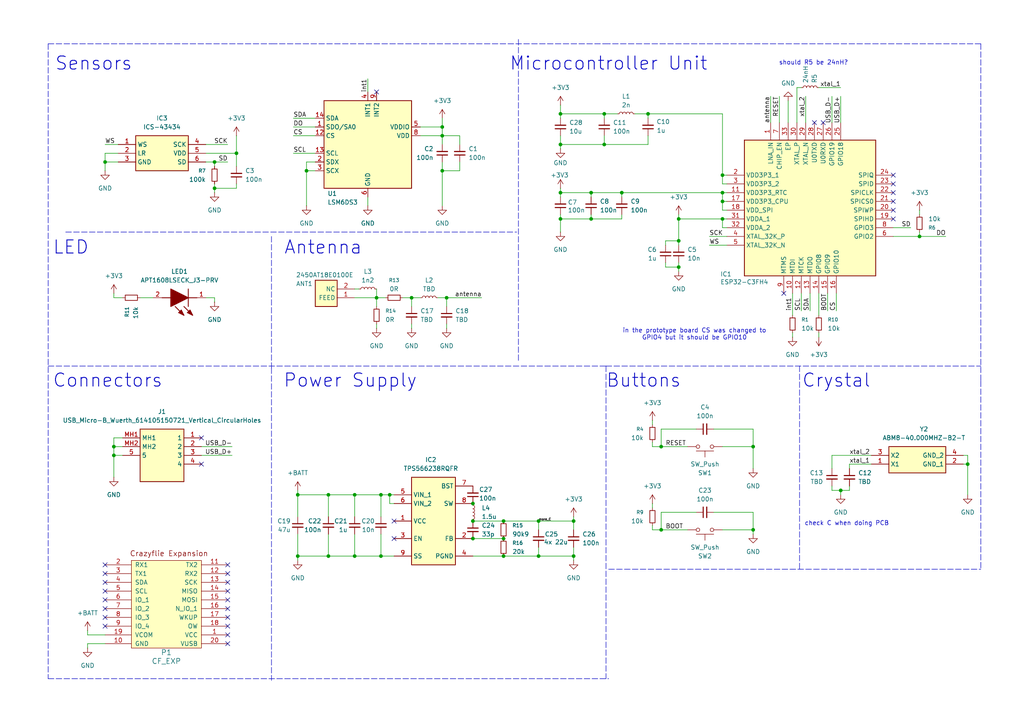
<source format=kicad_sch>
(kicad_sch (version 20250114) (generator "eeschema") (generator_version "9.0")
  (paper "A4")
  (title_block (title "Engineering thesis") (company "Poznan University of Technology") (comment 1 "Marco W. Santoro") (comment 2 "Olaf Bukowski"))
  (text "Power Supply" (at 101.6 110.49 0) (effects (font (size 3.81 3.81) (thickness 0.254) (bold yes))))
  (text "should R5 be 24nH?" (at 235.966 18.288 0) (effects (font (size 1.27 1.27))))
  (text "check C when doing PCB" (at 245.618 151.892 0) (effects (font (size 1.27 1.27))))
  (text "Antenna" (at 93.726 71.882 0) (effects (font (size 3.81 3.81) (thickness 0.254) (bold yes))))
  (text "Microcontroller Unit" (at 176.53 18.542 0) (effects (font (size 3.81 3.81) (thickness 0.254) (bold yes))))
  (text "in the prototype board CS was changed to\nGPIO4 but it should be GPIO10" (at 201.422 97.028 0) (effects (font (size 1.27 1.27))))
  (text "Sensors" (at 27.178 18.542 0) (effects (font (size 3.81 3.81) (thickness 0.254) (bold yes))))
  (text "Connectors" (at 31.242 110.49 0) (effects (font (size 3.81 3.81) (thickness 0.254) (bold yes))))
  (text "Crystal" (at 242.57 110.49 0) (effects (font (size 3.81 3.81) (thickness 0.254) (bold yes))))
  (text "LED" (at 20.574 71.882 0) (effects (font (size 3.81 3.81) (thickness 0.254) (bold yes))))
  (text "Buttons" (at 186.69 110.49 0) (effects (font (size 3.81 3.81) (thickness 0.254) (bold yes))))
  (junction (at 137.16 151.13))
  (junction (at 62.23 54.61))
  (junction (at 154.94 218.44))
  (junction (at 147.32 213.36))
  (junction (at 191.77 153.67))
  (junction (at 88.9 49.53))
  (junction (at 162.56 41.91))
  (junction (at 128.27 49.53))
  (junction (at 68.58 44.45))
  (junction (at 187.96 33.02))
  (junction (at 171.45 55.88))
  (junction (at 102.87 143.51))
  (junction (at 209.55 50.8))
  (junction (at 218.44 129.54))
  (junction (at 137.16 156.21))
  (junction (at 175.26 33.02))
  (junction (at 137.16 146.05))
  (junction (at 86.36 161.29))
  (junction (at 209.55 58.42))
  (junction (at 95.25 143.51))
  (junction (at 156.21 161.29))
  (junction (at 109.22 86.36))
  (junction (at 113.03 143.51))
  (junction (at 119.38 86.36))
  (junction (at 147.32 218.44))
  (junction (at 162.56 63.5))
  (junction (at 166.37 151.13))
  (junction (at 209.55 63.5))
  (junction (at 33.02 132.08))
  (junction (at 154.94 213.36))
  (junction (at 128.27 39.37))
  (junction (at 266.7 68.58))
  (junction (at 196.85 69.85))
  (junction (at 146.05 161.29))
  (junction (at 95.25 161.29))
  (junction (at 196.85 63.5))
  (junction (at 162.56 33.02))
  (junction (at 171.45 63.5))
  (junction (at 86.36 143.51))
  (junction (at 209.55 55.88))
  (junction (at 129.54 86.36))
  (junction (at 146.05 156.21))
  (junction (at 110.49 143.51))
  (junction (at 196.85 77.47))
  (junction (at 243.84 142.24))
  (junction (at 146.05 151.13))
  (junction (at 110.49 161.29))
  (junction (at 166.37 161.29))
  (junction (at 33.02 129.54))
  (junction (at 62.23 46.99))
  (junction (at 128.27 36.83))
  (junction (at 180.34 55.88))
  (junction (at 175.26 41.91))
  (junction (at 218.44 153.67))
  (junction (at 156.21 151.13))
  (junction (at 191.77 129.54))
  (junction (at 280.67 134.62))
  (junction (at 102.87 161.29))
  (junction (at 162.56 55.88))
  (junction (at 30.48 46.99))
  (no_connect (at 30.48 179.07))
  (no_connect (at 30.48 181.61))
  (no_connect (at 66.04 173.99))
  (no_connect (at 109.22 26.67))
  (no_connect (at 30.48 171.45))
  (no_connect (at 259.08 55.88))
  (no_connect (at 66.04 168.91))
  (no_connect (at 114.3 156.21))
  (no_connect (at 259.08 60.96))
  (no_connect (at 227.33 85.09))
  (no_connect (at 66.04 184.15))
  (no_connect (at 259.08 50.8))
  (no_connect (at 236.22 35.56))
  (no_connect (at 30.48 176.53))
  (no_connect (at 30.48 163.83))
  (no_connect (at 30.48 168.91))
  (no_connect (at 238.76 35.56))
  (no_connect (at 66.04 171.45))
  (no_connect (at 66.04 163.83))
  (no_connect (at 259.08 53.34))
  (no_connect (at 58.42 127))
  (no_connect (at 66.04 186.69))
  (no_connect (at 66.04 176.53))
  (no_connect (at 259.08 58.42))
  (no_connect (at 114.3 151.13))
  (no_connect (at 66.04 179.07))
  (no_connect (at 30.48 166.37))
  (no_connect (at 58.42 134.62))
  (no_connect (at 66.04 166.37))
  (no_connect (at 66.04 181.61))
  (no_connect (at 30.48 173.99))
  (no_connect (at 259.08 63.5))
  (wire (pts (xy 180.34 55.88) (xy 209.55 55.88)))
  (wire (pts (xy 113.03 146.05) (xy 113.03 143.51)))
  (wire (pts (xy 242.57 85.09) (xy 242.57 90.17)))
  (wire (pts (xy 62.23 46.99) (xy 66.04 46.99)))
  (wire (pts (xy 193.04 69.85) (xy 193.04 71.12)))
  (wire (pts (xy 209.55 58.42) (xy 210.82 58.42)))
  (wire (pts (xy 59.69 86.36) (xy 62.23 86.36)))
  (wire (pts (xy 137.16 156.21) (xy 146.05 156.21)))
  (wire (pts (xy 133.35 39.37) (xy 133.35 41.91)))
  (wire (pts (xy 121.92 39.37) (xy 128.27 39.37)))
  (wire (pts (xy 209.55 129.54) (xy 218.44 129.54)))
  (wire (pts (xy 193.04 77.47) (xy 193.04 76.2)))
  (wire (pts (xy 246.38 134.62) (xy 246.38 135.89)))
  (polyline (pts (xy 19.05 67.31) (xy 149.86 67.31)) (stroke (width 0) (type dash)))
  (wire (pts (xy 210.82 68.58) (xy 205.74 68.58)))
  (polyline (pts (xy 78.74 106.68) (xy 78.74 197.358)) (stroke (width 0) (type dash)))
  (wire (pts (xy 243.84 27.94) (xy 243.84 35.56)))
  (wire (pts (xy 110.49 143.51) (xy 113.03 143.51)))
  (wire (pts (xy 237.49 96.52) (xy 237.49 97.79)))
  (wire (pts (xy 162.56 63.5) (xy 162.56 67.31)))
  (wire (pts (xy 209.55 50.8) (xy 210.82 50.8)))
  (wire (pts (xy 175.26 41.91) (xy 187.96 41.91)))
  (wire (pts (xy 33.02 86.36) (xy 35.56 86.36)))
  (wire (pts (xy 121.92 36.83) (xy 128.27 36.83)))
  (wire (pts (xy 68.58 44.45) (xy 68.58 48.26)))
  (wire (pts (xy 86.36 142.24) (xy 86.36 143.51)))
  (polyline (pts (xy 176.53 165.1) (xy 284.48 165.1)) (stroke (width 0) (type dash)))
  (wire (pts (xy 209.55 50.8) (xy 209.55 53.34)))
  (wire (pts (xy 33.02 129.54) (xy 33.02 132.08)))
  (wire (pts (xy 162.56 55.88) (xy 171.45 55.88)))
  (wire (pts (xy 86.36 143.51) (xy 95.25 143.51)))
  (wire (pts (xy 102.87 161.29) (xy 110.49 161.29)))
  (wire (pts (xy 241.3 132.08) (xy 252.73 132.08)))
  (wire (pts (xy 147.32 218.44) (xy 154.94 218.44)))
  (wire (pts (xy 280.67 134.62) (xy 280.67 132.08)))
  (wire (pts (xy 62.23 53.34) (xy 62.23 54.61)))
  (polyline (pts (xy 13.97 12.7) (xy 13.97 196.85)) (stroke (width 0) (type dash)))
  (wire (pts (xy 196.85 63.5) (xy 209.55 63.5)))
  (wire (pts (xy 218.44 153.67) (xy 218.44 154.94)))
  (wire (pts (xy 280.67 132.08) (xy 279.4 132.08)))
  (wire (pts (xy 191.77 129.54) (xy 199.39 129.54)))
  (wire (pts (xy 110.49 149.86) (xy 110.49 143.51)))
  (wire (pts (xy 30.48 46.99) (xy 34.29 46.99)))
  (wire (pts (xy 193.04 69.85) (xy 196.85 69.85)))
  (wire (pts (xy 175.26 41.91) (xy 175.26 39.37)))
  (wire (pts (xy 116.84 86.36) (xy 119.38 86.36)))
  (polyline (pts (xy 175.768 106.172) (xy 175.768 196.85)) (stroke (width 0) (type dash)))
  (wire (pts (xy 180.34 55.88) (xy 180.34 57.15)))
  (wire (pts (xy 241.3 132.08) (xy 241.3 135.89)))
  (wire (pts (xy 62.23 55.88) (xy 62.23 54.61)))
  (wire (pts (xy 119.38 93.98) (xy 119.38 95.25)))
  (wire (pts (xy 162.56 57.15) (xy 162.56 55.88)))
  (wire (pts (xy 129.54 86.36) (xy 139.7 86.36)))
  (wire (pts (xy 191.77 148.59) (xy 201.93 148.59)))
  (wire (pts (xy 91.44 46.99) (xy 88.9 46.99)))
  (polyline (pts (xy 284.48 12.7) (xy 176.53 12.7)) (stroke (width 0) (type dash)))
  (wire (pts (xy 128.27 49.53) (xy 128.27 59.69)))
  (wire (pts (xy 25.4 187.96) (xy 25.4 186.69)))
  (wire (pts (xy 58.42 132.08) (xy 67.31 132.08)))
  (wire (pts (xy 85.09 39.37) (xy 91.44 39.37)))
  (wire (pts (xy 243.84 142.24) (xy 246.38 142.24)))
  (wire (pts (xy 207.01 148.59) (xy 218.44 148.59)))
  (wire (pts (xy 109.22 88.9) (xy 109.22 86.36)))
  (wire (pts (xy 266.7 68.58) (xy 274.32 68.58)))
  (wire (pts (xy 129.54 86.36) (xy 129.54 88.9)))
  (wire (pts (xy 106.68 57.15) (xy 106.68 59.69)))
  (wire (pts (xy 191.77 124.46) (xy 201.93 124.46)))
  (wire (pts (xy 175.26 33.02) (xy 175.26 34.29)))
  (wire (pts (xy 128.27 46.99) (xy 128.27 49.53)))
  (wire (pts (xy 119.38 86.36) (xy 121.92 86.36)))
  (polyline (pts (xy 78.74 12.7) (xy 176.53 12.7)) (stroke (width 0) (type dash)))
  (wire (pts (xy 106.68 22.86) (xy 106.68 26.67)))
  (wire (pts (xy 102.87 143.51) (xy 110.49 143.51)))
  (wire (pts (xy 25.4 186.69) (xy 30.48 186.69)))
  (wire (pts (xy 187.96 33.02) (xy 187.96 34.29)))
  (wire (pts (xy 207.01 124.46) (xy 218.44 124.46)))
  (wire (pts (xy 266.7 67.31) (xy 266.7 68.58)))
  (wire (pts (xy 86.36 154.94) (xy 86.36 161.29)))
  (wire (pts (xy 191.77 129.54) (xy 191.77 124.46)))
  (wire (pts (xy 102.87 143.51) (xy 102.87 149.86)))
  (wire (pts (xy 196.85 77.47) (xy 196.85 76.2)))
  (wire (pts (xy 171.45 63.5) (xy 180.34 63.5)))
  (wire (pts (xy 85.09 36.83) (xy 91.44 36.83)))
  (wire (pts (xy 229.87 85.09) (xy 229.87 91.44)))
  (wire (pts (xy 86.36 161.29) (xy 86.36 162.56)))
  (wire (pts (xy 128.27 36.83) (xy 128.27 39.37)))
  (wire (pts (xy 59.69 46.99) (xy 62.23 46.99)))
  (wire (pts (xy 243.84 25.4) (xy 237.49 25.4)))
  (wire (pts (xy 246.38 134.62) (xy 252.73 134.62)))
  (wire (pts (xy 233.68 27.94) (xy 233.68 35.56)))
  (wire (pts (xy 196.85 69.85) (xy 196.85 71.12)))
  (wire (pts (xy 68.58 53.34) (xy 68.58 54.61)))
  (wire (pts (xy 156.21 158.75) (xy 156.21 161.29)))
  (wire (pts (xy 232.41 85.09) (xy 232.41 90.17)))
  (polyline (pts (xy 175.768 106.172) (xy 284.48 106.172)) (stroke (width 0) (type dash)))
  (wire (pts (xy 232.41 25.4) (xy 231.14 25.4)))
  (wire (pts (xy 189.23 153.67) (xy 191.77 153.67)))
  (polyline (pts (xy 13.97 106.172) (xy 175.768 106.172)) (stroke (width 0) (type dash)))
  (wire (pts (xy 189.23 121.92) (xy 189.23 123.19)))
  (wire (pts (xy 62.23 46.99) (xy 62.23 48.26)))
  (wire (pts (xy 68.58 39.37) (xy 68.58 44.45)))
  (wire (pts (xy 191.77 153.67) (xy 191.77 148.59)))
  (wire (pts (xy 209.55 66.04) (xy 209.55 63.5)))
  (polyline (pts (xy 284.48 110.49) (xy 284.48 165.1)) (stroke (width 0) (type dash)))
  (wire (pts (xy 196.85 69.85) (xy 196.85 63.5)))
  (polyline (pts (xy 13.97 196.85) (xy 176.53 196.85)) (stroke (width 0) (type dash)))
  (wire (pts (xy 109.22 83.82) (xy 109.22 86.36)))
  (wire (pts (xy 33.02 127) (xy 33.02 129.54)))
  (wire (pts (xy 58.42 129.54) (xy 67.31 129.54)))
  (wire (pts (xy 240.03 85.09) (xy 240.03 90.17)))
  (wire (pts (xy 166.37 158.75) (xy 166.37 161.29)))
  (wire (pts (xy 189.23 146.05) (xy 189.23 147.32)))
  (wire (pts (xy 279.4 134.62) (xy 280.67 134.62)))
  (wire (pts (xy 30.48 44.45) (xy 30.48 46.99)))
  (wire (pts (xy 85.09 44.45) (xy 91.44 44.45)))
  (wire (pts (xy 154.94 213.36) (xy 162.56 213.36)))
  (wire (pts (xy 102.87 83.82) (xy 104.14 83.82)))
  (wire (pts (xy 129.54 93.98) (xy 129.54 95.25)))
  (wire (pts (xy 162.56 43.18) (xy 162.56 41.91)))
  (wire (pts (xy 209.55 55.88) (xy 209.55 58.42)))
  (wire (pts (xy 162.56 34.29) (xy 162.56 33.02)))
  (wire (pts (xy 62.23 86.36) (xy 62.23 87.63)))
  (polyline (pts (xy 150.368 11.43) (xy 150.368 104.902)) (stroke (width 0) (type dash)))
  (wire (pts (xy 266.7 60.96) (xy 266.7 62.23)))
  (wire (pts (xy 109.22 93.98) (xy 109.22 95.25)))
  (wire (pts (xy 95.25 161.29) (xy 102.87 161.29)))
  (wire (pts (xy 209.55 55.88) (xy 210.82 55.88)))
  (wire (pts (xy 229.87 96.52) (xy 229.87 97.79)))
  (wire (pts (xy 171.45 55.88) (xy 180.34 55.88)))
  (wire (pts (xy 86.36 143.51) (xy 86.36 149.86)))
  (wire (pts (xy 209.55 33.02) (xy 209.55 50.8)))
  (wire (pts (xy 223.52 27.94) (xy 223.52 35.56)))
  (wire (pts (xy 180.34 63.5) (xy 180.34 62.23)))
  (wire (pts (xy 113.03 143.51) (xy 114.3 143.51)))
  (wire (pts (xy 147.32 213.36) (xy 154.94 213.36)))
  (wire (pts (xy 156.21 151.13) (xy 166.37 151.13)))
  (wire (pts (xy 209.55 60.96) (xy 210.82 60.96)))
  (wire (pts (xy 128.27 34.29) (xy 128.27 36.83)))
  (wire (pts (xy 166.37 161.29) (xy 166.37 162.56)))
  (wire (pts (xy 133.35 49.53) (xy 133.35 46.99)))
  (wire (pts (xy 162.56 39.37) (xy 162.56 41.91)))
  (polyline (pts (xy 231.902 106.172) (xy 231.902 165.1)) (stroke (width 0) (type dash)))
  (wire (pts (xy 162.56 63.5) (xy 171.45 63.5)))
  (wire (pts (xy 166.37 151.13) (xy 166.37 153.67)))
  (wire (pts (xy 114.3 146.05) (xy 113.03 146.05)))
  (wire (pts (xy 86.36 161.29) (xy 95.25 161.29)))
  (polyline (pts (xy 13.97 12.7) (xy 78.74 12.7)) (stroke (width 0) (type dash)))
  (wire (pts (xy 110.49 154.94) (xy 110.49 161.29)))
  (wire (pts (xy 171.45 62.23) (xy 171.45 63.5)))
  (wire (pts (xy 127 86.36) (xy 129.54 86.36)))
  (wire (pts (xy 175.26 41.91) (xy 162.56 41.91)))
  (wire (pts (xy 102.87 154.94) (xy 102.87 161.29)))
  (polyline (pts (xy 284.48 12.7) (xy 284.48 110.49)) (stroke (width 0) (type dash)))
  (wire (pts (xy 234.95 85.09) (xy 234.95 90.17)))
  (wire (pts (xy 189.23 129.54) (xy 191.77 129.54)))
  (wire (pts (xy 156.21 161.29) (xy 166.37 161.29)))
  (wire (pts (xy 243.84 142.24) (xy 243.84 143.51)))
  (wire (pts (xy 119.38 86.36) (xy 119.38 88.9)))
  (wire (pts (xy 33.02 132.08) (xy 33.02 138.43)))
  (wire (pts (xy 162.56 30.48) (xy 162.56 33.02)))
  (wire (pts (xy 85.09 34.29) (xy 91.44 34.29)))
  (wire (pts (xy 196.85 78.74) (xy 196.85 77.47)))
  (wire (pts (xy 88.9 46.99) (xy 88.9 49.53)))
  (wire (pts (xy 25.4 182.88) (xy 25.4 184.15)))
  (wire (pts (xy 110.49 161.29) (xy 114.3 161.29)))
  (wire (pts (xy 210.82 66.04) (xy 209.55 66.04)))
  (wire (pts (xy 171.45 55.88) (xy 171.45 57.15)))
  (wire (pts (xy 30.48 46.99) (xy 30.48 49.53)))
  (wire (pts (xy 154.94 218.44) (xy 162.56 218.44)))
  (wire (pts (xy 156.21 161.29) (xy 146.05 161.29)))
  (wire (pts (xy 40.64 86.36) (xy 44.45 86.36)))
  (wire (pts (xy 218.44 124.46) (xy 218.44 129.54)))
  (wire (pts (xy 33.02 85.09) (xy 33.02 86.36)))
  (wire (pts (xy 88.9 49.53) (xy 88.9 59.69)))
  (wire (pts (xy 259.08 66.04) (xy 264.16 66.04)))
  (wire (pts (xy 226.06 27.94) (xy 226.06 35.56)))
  (wire (pts (xy 237.49 85.09) (xy 237.49 91.44)))
  (wire (pts (xy 128.27 39.37) (xy 133.35 39.37)))
  (wire (pts (xy 175.26 33.02) (xy 179.07 33.02)))
  (wire (pts (xy 193.04 77.47) (xy 196.85 77.47)))
  (wire (pts (xy 95.25 143.51) (xy 95.25 149.86)))
  (wire (pts (xy 30.48 41.91) (xy 34.29 41.91)))
  (wire (pts (xy 35.56 129.54) (xy 33.02 129.54)))
  (wire (pts (xy 189.23 128.27) (xy 189.23 129.54)))
  (wire (pts (xy 59.69 44.45) (xy 68.58 44.45)))
  (polyline (pts (xy 78.74 68.58) (xy 78.74 106.68)) (stroke (width 0) (type dash)))
  (wire (pts (xy 189.23 152.4) (xy 189.23 153.67)))
  (wire (pts (xy 162.56 33.02) (xy 175.26 33.02)))
  (wire (pts (xy 191.77 153.67) (xy 199.39 153.67)))
  (wire (pts (xy 218.44 148.59) (xy 218.44 153.67)))
  (wire (pts (xy 25.4 184.15) (xy 30.48 184.15)))
  (wire (pts (xy 95.25 143.51) (xy 102.87 143.51)))
  (wire (pts (xy 109.22 86.36) (xy 111.76 86.36)))
  (wire (pts (xy 147.32 213.36) (xy 147.32 212.09)))
  (wire (pts (xy 205.74 71.12) (xy 210.82 71.12)))
  (wire (pts (xy 30.48 44.45) (xy 34.29 44.45)))
  (wire (pts (xy 91.44 49.53) (xy 88.9 49.53)))
  (wire (pts (xy 35.56 132.08) (xy 33.02 132.08)))
  (wire (pts (xy 66.04 41.91) (xy 59.69 41.91)))
  (wire (pts (xy 246.38 142.24) (xy 246.38 140.97)))
  (wire (pts (xy 209.55 153.67) (xy 218.44 153.67)))
  (wire (pts (xy 147.32 218.44) (xy 147.32 219.71)))
  (wire (pts (xy 128.27 39.37) (xy 128.27 41.91)))
  (wire (pts (xy 209.55 58.42) (xy 209.55 60.96)))
  (wire (pts (xy 228.6 29.21) (xy 228.6 35.56)))
  (wire (pts (xy 137.16 151.13) (xy 146.05 151.13)))
  (wire (pts (xy 62.23 54.61) (xy 68.58 54.61)))
  (wire (pts (xy 280.67 134.62) (xy 280.67 143.51)))
  (wire (pts (xy 162.56 62.23) (xy 162.56 63.5)))
  (wire (pts (xy 162.56 54.61) (xy 162.56 55.88)))
  (wire (pts (xy 218.44 129.54) (xy 218.44 135.89)))
  (wire (pts (xy 209.55 53.34) (xy 210.82 53.34)))
  (wire (pts (xy 187.96 33.02) (xy 209.55 33.02)))
  (wire (pts (xy 156.21 151.13) (xy 156.21 153.67)))
  (wire (pts (xy 95.25 154.94) (xy 95.25 161.29)))
  (wire (pts (xy 241.3 142.24) (xy 243.84 142.24)))
  (wire (pts (xy 187.96 41.91) (xy 187.96 39.37)))
  (wire (pts (xy 241.3 27.94) (xy 241.3 35.56)))
  (wire (pts (xy 231.14 25.4) (xy 231.14 35.56)))
  (wire (pts (xy 146.05 151.13) (xy 156.21 151.13)))
  (wire (pts (xy 196.85 62.23) (xy 196.85 63.5)))
  (wire (pts (xy 241.3 140.97) (xy 241.3 142.24)))
  (wire (pts (xy 109.22 86.36) (xy 102.87 86.36)))
  (wire (pts (xy 184.15 33.02) (xy 187.96 33.02)))
  (wire (pts (xy 259.08 68.58) (xy 266.7 68.58)))
  (wire (pts (xy 35.56 127) (xy 33.02 127)))
  (wire (pts (xy 137.16 161.29) (xy 146.05 161.29)))
  (wire (pts (xy 166.37 149.86) (xy 166.37 151.13)))
  (wire (pts (xy 128.27 49.53) (xy 133.35 49.53)))
  (wire (pts (xy 209.55 63.5) (xy 210.82 63.5)))
  (label "DO" (at 274.32 68.58 180))
  (label "USB_D+" (at 67.31 132.08 180))
  (label "antenna" (at 223.52 27.94 270))
  (label "BOOT" (at 193.04 153.67 0))
  (label "antenna" (at 139.7 86.36 180))
  (label "more_C" (at 156.21 151.13 0) (effects (font (size 0.635 0.635))))
  (label "USB_D-" (at 67.31 129.54 180))
  (label "USB_D-" (at 241.3 27.94 270))
  (label "USB_D+" (at 243.84 27.94 270))
  (label "CS" (at 242.57 90.17 90))
  (label "more_C" (at 147.32 212.09 0) (effects (font (size 0.635 0.635))))
  (label "BOOT" (at 240.03 90.17 90))
  (label "SCL" (at 232.41 90.17 90))
  (label "xtal_2" (at 233.68 27.94 270))
  (label "SD" (at 264.16 66.04 180))
  (label "int1" (at 106.68 22.86 270))
  (label "SDA" (at 234.95 90.17 90))
  (label "SDA" (at 85.09 34.29 0))
  (label "xtal_1" (at 243.84 25.4 180))
  (label "RESET" (at 193.04 129.54 0))
  (label "xtal_2" (at 246.38 132.08 0))
  (label "DO" (at 85.09 36.83 0))
  (label "SD" (at 66.04 46.99 180))
  (label "WS" (at 205.74 71.12 0))
  (label "WS" (at 30.48 41.91 0))
  (label "RESET" (at 226.06 27.94 270))
  (label "int1" (at 229.87 90.17 90))
  (label "SCK" (at 66.04 41.91 180))
  (label "SCL" (at 85.09 44.45 0))
  (label "xtal_1" (at 246.38 134.62 0))
  (label "CS" (at 85.09 39.37 0))
  (label "SCK" (at 205.74 68.58 0))
  (symbol (lib_name "CF_EXP_LEFT_2") (lib_id "template-rescue:CF_EXP_LEFT") (at 48.26 175.26 0) (unit 1)
    (property "Reference" "P1" (at 48.26 189.23 0) (effects (font (size 1.524 1.524))))
    (property "Value" "CF_EXP" (at 48.26 191.77 0) (effects (font (size 1.524 1.524))))
    (property "Footprint" "drone_connector:drone_connector" (effects (hide yes)))
  )
  (symbol (lib_id "Device:C_Small") (at 175.26 36.83 180) (unit 1)
    (property "Reference" "C11" (at 177.8 35.5535 0) (effects (justify right)))
    (property "Value" "100n" (at 177.8 38.0935 0) (effects (justify right)))
    (property "Footprint" "Capacitor_SMD:C_0603_1608Metric" (effects (hide yes)))
    (property "Description" "Unpolarized capacitor, small symbol" (effects (hide yes)))
  )
  (symbol (lib_id "power:GND") (at 243.84 143.51 0) (unit 1)
    (property "Reference" "#PWR020" (effects (hide yes)))
    (property "Value" "GND" (at 243.84 148.59 0))
    (property "Description" "Power symbol creates a global label with name \"GND\" , ground" (effects (hide yes)))
  )
  (symbol (lib_id "power:+3V3") (at 162.56 54.61 0) (unit 1)
    (property "Reference" "#PWR02" (effects (hide yes)))
    (property "Value" "+3V3" (at 162.306 50.8 0))
    (property "Description" "Power symbol creates a global label with name \"+3V3\"" (effects (hide yes)))
  )
  (symbol (lib_id "power:GND") (at 280.67 143.51 0) (unit 1)
    (property "Reference" "#PWR019" (effects (hide yes)))
    (property "Value" "GND" (at 280.67 148.59 0))
    (property "Description" "Power symbol creates a global label with name \"GND\" , ground" (effects (hide yes)))
  )
  (symbol (lib_id "power:GND") (at 128.27 59.69 0) (unit 1)
    (property "Reference" "#PWR05" (effects (hide yes)))
    (property "Value" "GND" (at 128.27 64.77 0))
    (property "Description" "Power symbol creates a global label with name \"GND\" , ground" (effects (hide yes)))
  )
  (symbol (lib_id "power:GND") (at 162.56 67.31 0) (unit 1)
    (property "Reference" "#PWR018" (effects (hide yes)))
    (property "Value" "GND" (at 162.56 72.39 0))
    (property "Description" "Power symbol creates a global label with name \"GND\" , ground" (effects (hide yes)))
  )
  (symbol (lib_id "Device:L_Small") (at 234.95 25.4 270) (mirror x) (unit 1)
    (property "Reference" "R5" (at 236.2201 24.13 0) (effects (justify left)))
    (property "Value" "24nH" (at 233.6801 24.13 0) (effects (justify left)))
    (property "Footprint" "MHQ1005P24NGTD25:MHQ1005" (effects (hide yes)))
    (property "Datasheet" "https://product.tdk.com/system/files/dam/doc/product/inductor/inductor/smd/catalog/inductor_automotive_high-frequency_mhq1005p_en.pdf" (effects (hide yes)))
    (property "Description" "Inductor, small symbol" (effects (hide yes)))
  )
  (symbol (lib_id "power:+BATT") (at 25.4 182.88 0) (unit 1)
    (property "Reference" "#PWR028" (effects (hide yes)))
    (property "Value" "+BATT" (at 25.4 177.8 0))
    (property "Description" "Power symbol creates a global label with name \"+BATT\"" (effects (hide yes)))
  )
  (symbol (lib_id "power:GND") (at 229.87 97.79 0) (unit 1)
    (property "Reference" "#PWR011" (effects (hide yes)))
    (property "Value" "GND" (at 229.87 102.87 0))
    (property "Description" "Power symbol creates a global label with name \"GND\" , ground" (effects (hide yes)))
  )
  (symbol (lib_id "power:GND") (at 109.22 95.25 0) (unit 1)
    (property "Reference" "#PWR037" (effects (hide yes)))
    (property "Value" "GND" (at 109.22 100.33 0))
    (property "Description" "Power symbol creates a global label with name \"GND\" , ground" (effects (hide yes)))
  )
  (symbol (lib_id "power:+3V3") (at 166.37 149.86 0) (unit 1)
    (property "Reference" "#PWR042" (effects (hide yes)))
    (property "Value" "+3V3" (at 166.37 144.78 0))
    (property "Description" "Power symbol creates a global label with name \"+3V3\"" (effects (hide yes)))
  )
  (symbol (lib_id "47642-1001:47642-1001") (at 58.42 127 0) (mirror y) (unit 1)
    (property "Reference" "J1" (at 46.99 119.38 0))
    (property "Value" "USB_Micro-B_Wuerth_614105150721_Vertical_CircularHoles" (at 46.99 121.92 0))
    (property "Footprint" "Connector_USB:USB_Micro-B_Wuerth_614105150721_Vertical_CircularHoles" (effects (hide yes)))
    (property "Datasheet" "https://www.mouser.pl/ProductDetail/Wurth-Elektronik/614105150721?qs=a9WhcLg8qCw5r6rjD3973Q%3D%3D" (effects (hide yes)))
    (property "Description" "USB Connectors uUSB B Rec MidMt FlangelesTH1.52 0.70" (effects (hide yes)))
    (property "Height" "2.94" (effects (hide yes)))
    (property "Mouser Part Number" "538-47642-1001" (effects (hide yes)))
    (property "Mouser Price/Stock" "https://www.mouser.co.uk/ProductDetail/Molex/47642-1001?qs=yd8XiKYcH9m5swOqK5ZC9Q%3D%3D" (effects (hide yes)))
    (property "Manufacturer_Name" "Molex" (effects (hide yes)))
    (property "Manufacturer_Part_Number" "47642-1001" (effects (hide yes)))
  )
  (symbol (lib_id "Device:R_Small") (at 38.1 86.36 90) (mirror x) (unit 1)
    (property "Reference" "R11" (at 36.8299 88.9 0) (effects (font (size 1.016 1.016)) (justify left)))
    (property "Value" "10k" (at 39.3699 88.9 0) (effects (justify left)))
    (property "Footprint" "Resistor_SMD:R_0603_1608Metric" (effects (hide yes)))
    (property "Description" "Resistor, small symbol" (effects (hide yes)))
  )
  (symbol (lib_id "TPS566238RQFR:TPS566238RQFR") (at 114.3 140.97 0) (unit 1)
    (property "Reference" "IC2" (at 124.968 133.35 0))
    (property "Value" "TPS566238RQFR" (at 124.968 135.89 0))
    (property "Footprint" "TPS566238RQFR" (effects (hide yes)))
    (property "Datasheet" "https://www.ti.com/lit/ds/symlink/tps566238.pdf?ts=1674445033157&ref_url=https%253A%252F%252Fwww.ti.com%252Fproduct%252FTPS566238%252Fpart-details%252FTPS566238RQFR" (effects (hide yes)))
    (property "Description" "Switching Voltage Regulators 3-V to 18-V input, 6-A synchronous step-down regulator with forced continuous conduction mode 9-VQFN-HR -40 to 125" (effects (hide yes)))
    (property "Height" "1" (effects (hide yes)))
    (property "Mouser Part Number" "595-TPS566238RQFR" (effects (hide yes)))
    (property "Mouser Price/Stock" "https://www.mouser.co.uk/ProductDetail/Texas-Instruments/TPS566238RQFR?qs=stqOd1AaK7%252BIxOvIy4vX6A%3D%3D" (effects (hide yes)))
    (property "Manufacturer_Name" "Texas Instruments" (effects (hide yes)))
    (property "Manufacturer_Part_Number" "TPS566238RQFR" (effects (hide yes)))
  )
  (symbol (lib_id "Device:R_Small") (at 189.23 149.86 0) (mirror y) (unit 1)
    (property "Reference" "R9" (at 186.69 148.5899 0) (effects (font (size 1.016 1.016)) (justify left)))
    (property "Value" "10k" (at 186.69 151.1299 0) (effects (justify left)))
    (property "Footprint" "Resistor_SMD:R_0603_1608Metric" (effects (hide yes)))
    (property "Description" "Resistor, small symbol" (effects (hide yes)))
  )
  (symbol (lib_id "Device:L_Small") (at 181.61 33.02 90) (unit 1)
    (property "Reference" "L1" (at 181.61 27.94 90))
    (property "Value" "2n" (at 181.61 30.48 90))
    (property "Footprint" "744786012A:INDC1608X95N" (effects (hide yes)))
    (property "Description" "Inductor, small symbol" (effects (hide yes)))
  )
  (symbol (lib_id "ABM8-40_000MHZ-B2-T:ABM8-40.000MHZ-B2-T") (at 252.73 132.08 0) (unit 1)
    (property "Reference" "Y2" (at 267.97 124.46 0))
    (property "Value" "ABM8-40.000MHZ-B2-T" (at 267.97 127 0))
    (property "Footprint" "ABM810000MHZ12D2W" (effects (hide yes)))
    (property "Datasheet" "https://abracon.com/Resonators/abm8.pdf" (effects (hide yes)))
    (property "Description" "40 MHz +/-20ppm Crystal 18pF 35 Ohms 4-SMD, No Lead" (effects (hide yes)))
    (property "Height" "0.8" (effects (hide yes)))
    (property "Mouser Part Number" "815-ABM8-40-B2-T" (effects (hide yes)))
    (property "Mouser Price/Stock" "https://www.mouser.co.uk/ProductDetail/ABRACON/ABM8-40.000MHZ-B2-T?qs=zLkLEWnxMJwjgQZ%2FrBjRJg%3D%3D" (effects (hide yes)))
    (property "Manufacturer_Name" "ABRACON" (effects (hide yes)))
    (property "Manufacturer_Part_Number" "ABM8-40.000MHZ-B2-T" (effects (hide yes)))
  )
  (symbol (lib_id "power:+3V3") (at 189.23 121.92 0) (unit 1)
    (property "Reference" "#PWR016" (effects (hide yes)))
    (property "Value" "+3V3" (at 189.23 116.84 0))
    (property "Description" "Power symbol creates a global label with name \"+3V3\"" (effects (hide yes)))
  )
  (symbol (lib_id "Device:R_Small") (at 114.3 86.36 90) (unit 1)
    (property "Reference" "R13" (at 114.3 81.28 90) (effects (font (size 1.016 1.016))))
    (property "Value" "0R" (at 114.3 83.82 90))
    (property "Footprint" "Resistor_SMD:R_0603_1608Metric" (effects (hide yes)))
    (property "Description" "Resistor, small symbol" (effects (hide yes)))
  )
  (symbol (lib_id "ESP32-C3FH4:ESP32-C3FH4") (at 210.82 53.34 0) (unit 1)
    (property "Reference" "IC1" (at 210.566 79.502 0))
    (property "Value" "ESP32-C3FH4" (at 215.9 81.788 0))
    (property "Footprint" "ESP32-C3FH4:QFN50P500X500X90-33N-D" (effects (hide yes)))
    (property "Datasheet" "https://www.espressif.com/sites/default/files/documentation/esp32-c3_datasheet_en.pdf" (effects (hide yes)))
    (property "Description" "RF System on a Chip - SoC SMD IC ESP32-C3FH4, single-core MCU, 2.4G Wi-Fi & BLE 5.0 combo, QFN 32-pin, 5*5 mm, 4 MB flash inside, -40C +105C" (effects (hide yes)))
    (property "Height" "0.9" (effects (hide yes)))
    (property "Mouser Part Number" "356-ESP32-C3FH4" (effects (hide yes)))
    (property "Mouser Price/Stock" "https://www.mouser.co.uk/ProductDetail/Espressif-Systems/ESP32-C3FH4?qs=iLbezkQI%252BsgL5PSvEueYlQ%3D%3D" (effects (hide yes)))
    (property "Manufacturer_Name" "Espressif Systems" (effects (hide yes)))
    (property "Manufacturer_Part_Number" "ESP32-C3FH4" (effects (hide yes)))
  )
  (symbol (lib_id "Device:C_Small") (at 119.38 91.44 0) (mirror y) (unit 1)
    (property "Reference" "C17" (at 121.92 90.1762 0) (effects (justify right)))
    (property "Value" "TBD" (at 121.92 92.7162 0) (effects (justify right)))
    (property "Footprint" "Capacitor_SMD:C_0603_1608Metric" (effects (hide yes)))
    (property "Description" "Unpolarized capacitor, small symbol" (effects (hide yes)))
  )
  (symbol (lib_id "Device:C_Small") (at 180.34 59.69 180) (unit 1)
    (property "Reference" "C9" (at 182.88 58.4135 0) (effects (justify right)))
    (property "Value" "100n" (at 182.88 60.9535 0) (effects (justify right)))
    (property "Footprint" "Capacitor_SMD:C_0603_1608Metric" (effects (hide yes)))
    (property "Description" "Unpolarized capacitor, small symbol" (effects (hide yes)))
  )
  (symbol (lib_id "power:+3V3") (at 189.23 146.05 0) (unit 1)
    (property "Reference" "#PWR034" (effects (hide yes)))
    (property "Value" "+3V3" (at 189.23 140.97 0))
    (property "Description" "Power symbol creates a global label with name \"+3V3\"" (effects (hide yes)))
  )
  (symbol (lib_id "APT1608LSECK_J3-PRV:APT1608LSECK_J3-PRV") (at 59.69 86.36 180) (unit 1)
    (property "Reference" "LED1" (at 52.07 78.74 0))
    (property "Value" "APT1608LSECK_J3-PRV" (at 52.07 81.28 0))
    (property "Footprint" "APT1608CGCK" (effects (hide yes)))
    (property "Datasheet" "http://www.kingbrightusa.com/images/catalog/SPEC/APT1608LSECK-J3-PRV.pdf" (effects (hide yes)))
    (property "Description" "Standard LEDs - SMD 1.6X0.8MM RED LOW CURRENT SMD" (effects (hide yes)))
    (property "Height" "0.75" (effects (hide yes)))
    (property "Mouser Part Number" "604-APT1608LSECKJ3RV" (effects (hide yes)))
    (property "Mouser Price/Stock" "https://www.mouser.co.uk/ProductDetail/Kingbright/APT1608LSECK-J3-PRV?qs=6oMev5NRZMFBN%252BbFaEKqAQ%3D%3D" (effects (hide yes)))
    (property "Manufacturer_Name" "Kingbright" (effects (hide yes)))
    (property "Manufacturer_Part_Number" "APT1608LSECK/J3-PRV" (effects (hide yes)))
  )
  (symbol (lib_id "power:+BATT") (at 86.36 142.24 0) (unit 1)
    (property "Reference" "#PWR038" (effects (hide yes)))
    (property "Value" "+BATT" (at 86.36 137.16 0))
    (property "Description" "Power symbol creates a global label with name \"+BATT\"" (effects (hide yes)))
  )
  (symbol (lib_id "power:GND") (at 228.6 29.21 180) (unit 1)
    (property "Reference" "#PWR023" (effects (hide yes)))
    (property "Value" "GND" (at 228.6 24.13 0))
    (property "Description" "Power symbol creates a global label with name \"GND\" , ground" (effects (hide yes)))
  )
  (symbol (lib_id "power:+3V3") (at 196.85 62.23 0) (unit 1)
    (property "Reference" "#PWR010" (effects (hide yes)))
    (property "Value" "+3V3" (at 196.85 57.15 0))
    (property "Description" "Power symbol creates a global label with name \"+3V3\"" (effects (hide yes)))
  )
  (symbol (lib_id "Switch:SW_Push") (at 204.47 153.67 0) (mirror x) (unit 1)
    (property "Reference" "SW2" (at 204.47 161.29 0))
    (property "Value" "SW_Push" (at 204.47 158.75 0))
    (property "Footprint" "435151014824:435151014824" (effects (hide yes)))
    (property "Datasheet" "https://www.we-online.com/components/products/datasheet/435151014824.pdf" (effects (hide yes)))
    (property "Description" "Push button switch, generic, two pins" (effects (hide yes)))
  )
  (symbol (lib_id "power:GND") (at 25.4 187.96 0) (unit 1)
    (property "Reference" "#PWR03" (effects (hide yes)))
    (property "Value" "GND" (at 25.4 193.04 0))
    (property "Description" "Power symbol creates a global label with name \"GND\" , ground" (effects (hide yes)))
  )
  (symbol (lib_id "Device:C_Small") (at 156.21 156.21 0) (unit 1)
    (property "Reference" "C25" (at 157.988 154.94 0) (effects (justify left)))
    (property "Value" "4x 22u" (at 157.734 157.226 0) (effects (justify left)))
    (property "Footprint" "Capacitor_SMD:C_0603_1608Metric" (effects (hide yes)))
    (property "Description" "Unpolarized capacitor, small symbol" (effects (hide yes)))
  )
  (symbol (lib_id "Device:C_Small") (at 86.36 152.4 0) (mirror y) (unit 1)
    (property "Reference" "C19" (at 84.328 151.13 0) (effects (justify left)))
    (property "Value" "47u" (at 84.328 153.67 0) (effects (justify left)))
    (property "Footprint" "Capacitor_SMD:C_0603_1608Metric" (effects (hide yes)))
    (property "Description" "Unpolarized capacitor, small symbol" (effects (hide yes)))
  )
  (symbol (lib_id "Device:R_Small") (at 146.05 158.75 0) (unit 1)
    (property "Reference" "R16" (at 148.59 157.4799 0) (effects (font (size 1.016 1.016)) (justify left)))
    (property "Value" "20k" (at 148.59 160.0199 0) (effects (justify left)))
    (property "Footprint" "Resistor_SMD:R_0603_1608Metric" (effects (hide yes)))
    (property "Description" "Resistor, small symbol" (effects (hide yes)))
  )
  (symbol (lib_id "Device:C_Small") (at 166.37 156.21 0) (unit 1)
    (property "Reference" "C26" (at 168.91 154.9462 0) (effects (justify left)))
    (property "Value" "100n" (at 168.91 157.4862 0) (effects (justify left)))
    (property "Footprint" "Capacitor_SMD:C_0603_1608Metric" (effects (hide yes)))
    (property "Description" "Unpolarized capacitor, small symbol" (effects (hide yes)))
  )
  (symbol (lib_id "power:GND") (at 119.38 95.25 0) (unit 1)
    (property "Reference" "#PWR030" (effects (hide yes)))
    (property "Value" "GND" (at 119.38 100.33 0))
    (property "Description" "Power symbol creates a global label with name \"GND\" , ground" (effects (hide yes)))
  )
  (symbol (lib_id "power:GND") (at 33.02 138.43 0) (mirror y) (unit 1)
    (property "Reference" "#PWR07" (effects (hide yes)))
    (property "Value" "GND" (at 33.02 143.51 0))
    (property "Description" "Power symbol creates a global label with name \"GND\" , ground" (effects (hide yes)))
  )
  (symbol (lib_id "power:GND") (at 218.44 154.94 0) (unit 1)
    (property "Reference" "#PWR014" (effects (hide yes)))
    (property "Value" "GND" (at 218.44 160.02 0))
    (property "Description" "Power symbol creates a global label with name \"GND\" , ground" (effects (hide yes)))
  )
  (symbol (lib_id "Device:R_Small") (at 189.23 125.73 0) (mirror y) (unit 1)
    (property "Reference" "R4" (at 186.69 124.4599 0) (effects (font (size 1.016 1.016)) (justify left)))
    (property "Value" "10k" (at 186.69 126.9999 0) (effects (justify left)))
    (property "Footprint" "Resistor_SMD:R_0603_1608Metric" (effects (hide yes)))
    (property "Description" "Resistor, small symbol" (effects (hide yes)))
  )
  (symbol (lib_id "Device:C_Small") (at 162.56 36.83 180) (unit 1)
    (property "Reference" "C28" (at 165.1 35.5535 0) (effects (justify right)))
    (property "Value" "10u" (at 165.1 38.0935 0) (effects (justify right)))
    (property "Footprint" "Capacitor_SMD:C_0603_1608Metric" (effects (hide yes)))
    (property "Description" "Unpolarized capacitor, small symbol" (effects (hide yes)))
  )
  (symbol (lib_id "power:GND") (at 86.36 162.56 0) (unit 1)
    (property "Reference" "#PWR039" (effects (hide yes)))
    (property "Value" "GND" (at 86.36 167.64 0))
    (property "Description" "Power symbol creates a global label with name \"GND\" , ground" (effects (hide yes)))
  )
  (symbol (lib_id "Device:C_Small") (at 246.38 138.43 0) (unit 1)
    (property "Reference" "C12" (at 248.92 137.1662 0) (effects (justify left)))
    (property "Value" "TBD" (at 248.92 139.7062 0) (effects (justify left)))
    (property "Footprint" "Capacitor_SMD:C_0603_1608Metric" (effects (hide yes)))
    (property "Description" "Unpolarized capacitor, small symbol" (effects (hide yes)))
  )
  (symbol (lib_id "Device:C_Small") (at 129.54 91.44 0) (mirror y) (unit 1)
    (property "Reference" "C18" (at 132.08 90.1762 0) (effects (justify right)))
    (property "Value" "TBD" (at 132.08 92.7162 0) (effects (justify right)))
    (property "Footprint" "Capacitor_SMD:C_0603_1608Metric" (effects (hide yes)))
    (property "Description" "Unpolarized capacitor, small symbol" (effects (hide yes)))
  )
  (symbol (lib_id "power:GND") (at 129.54 95.25 0) (unit 1)
    (property "Reference" "#PWR021" (effects (hide yes)))
    (property "Value" "GND" (at 129.54 100.33 0))
    (property "Description" "Power symbol creates a global label with name \"GND\" , ground" (effects (hide yes)))
  )
  (symbol (lib_id "ICS-43434:ICS-43434") (at 34.29 41.91 0) (unit 1)
    (property "Reference" "IC3" (at 46.99 34.29 0))
    (property "Value" "ICS-43434" (at 46.99 36.83 0))
    (property "Footprint" "ICS43434" (effects (hide yes)))
    (property "Datasheet" "https://www.digikey.in/en/products/detail/tdk-invensense/ICS-43434/6140298?s=N4IgjCBcoCwdIDGUBmBDANgZwKYBoQB7KAbRAGZyAOKgdgCYQBdAgBwBcoQBldgJwCWAOwDmIAL4EYANiihkkdNnxFS4MDHoBOZm06Qe-YWMngtVHQgVLcBYpDIAGXSA5deg0RIIBaRlah%2BAFcVezIAVmZTH3h5VExbVQdwTSoo01kEA" (effects (hide yes)))
    (property "Description" "MEMS Microphones (Microphone), SNR(Nom)=65dBA, LxWxT (mm)=3.5x2.65x0.98" (effects (hide yes)))
    (property "Height" "0.98" (effects (hide yes)))
    (property "Mouser Part Number" "410-ICS-43434" (effects (hide yes)))
    (property "Mouser Price/Stock" "https://www.mouser.co.uk/ProductDetail/TDK-InvenSense/ICS-43434?qs=u4fy%2FsgLU9PAgmWRI7%252BqXA%3D%3D" (effects (hide yes)))
    (property "Manufacturer_Name" "TDK" (effects (hide yes)))
    (property "Manufacturer_Part_Number" "ICS-43434" (effects (hide yes)))
  )
  (symbol (lib_id "power:GND") (at 30.48 49.53 0) (mirror y) (unit 1)
    (property "Reference" "#PWR08" (effects (hide yes)))
    (property "Value" "GND" (at 30.48 54.61 0))
    (property "Description" "Power symbol creates a global label with name \"GND\" , ground" (effects (hide yes)))
  )
  (symbol (lib_id "power:+3V3") (at 128.27 34.29 0) (unit 1)
    (property "Reference" "#PWR04" (effects (hide yes)))
    (property "Value" "+3V3" (at 128.27 29.21 0))
    (property "Description" "Power symbol creates a global label with name \"+3V3\"" (effects (hide yes)))
  )
  (symbol (lib_id "power:+3V3") (at 237.49 97.79 180) (unit 1)
    (property "Reference" "#PWR035" (effects (hide yes)))
    (property "Value" "+3V3" (at 237.49 102.87 0))
    (property "Description" "Power symbol creates a global label with name \"+3V3\"" (effects (hide yes)))
  )
  (symbol (lib_id "Sensor_Motion:LSM6DS3") (at 106.68 41.91 0) (unit 1)
    (property "Reference" "U1" (at 94.996 56.134 0) (effects (justify left)))
    (property "Value" "LSM6DS3" (at 94.996 58.674 0) (effects (justify left)))
    (property "Footprint" "Package_LGA:LGA-14_3x2.5mm_P0.5mm_LayoutBorder3x4y" (effects (hide yes)))
    (property "Datasheet" "https://www.st.com/resource/en/datasheet/lsm6ds3tr-c.pdf" (effects (hide yes)))
    (property "Description" "I2C/SPI, iNEMO inertial module: always-on 3D accelerometer and 3D gyroscope" (effects (hide yes)))
  )
  (symbol (lib_id "Device:C_Small") (at 162.56 215.9 0) (unit 1)
    (property "Reference" "C16" (at 164.338 214.63 0) (effects (justify left)))
    (property "Value" "22u" (at 164.084 216.916 0) (effects (justify left)))
    (property "Footprint" "Capacitor_SMD:C_0603_1608Metric" (effects (hide yes)))
    (property "Description" "Unpolarized capacitor, small symbol" (effects (hide yes)))
  )
  (symbol (lib_id "Device:C_Small") (at 137.16 153.67 0) (unit 1)
    (property "Reference" "C24" (at 139.7 152.4062 0) (effects (justify left)))
    (property "Value" "33p" (at 139.7 154.9462 0) (effects (justify left)))
    (property "Footprint" "Capacitor_SMD:C_0603_1608Metric" (effects (hide yes)))
    (property "Description" "Unpolarized capacitor, small symbol" (effects (hide yes)))
  )
  (symbol (lib_id "power:+3V3") (at 162.56 30.48 0) (unit 1)
    (property "Reference" "#PWR012" (effects (hide yes)))
    (property "Value" "+3V3" (at 162.56 25.4 0))
    (property "Description" "Power symbol creates a global label with name \"+3V3\"" (effects (hide yes)))
  )
  (symbol (lib_id "Device:C_Small") (at 95.25 152.4 0) (mirror y) (unit 1)
    (property "Reference" "C22" (at 93.218 151.13 0) (effects (justify left)))
    (property "Value" "100n" (at 93.218 153.67 0) (effects (justify left)))
    (property "Footprint" "Capacitor_SMD:C_0603_1608Metric" (effects (hide yes)))
    (property "Description" "Unpolarized capacitor, small symbol" (effects (hide yes)))
  )
  (symbol (lib_id "power:GND") (at 62.23 87.63 0) (unit 1)
    (property "Reference" "#PWR036" (effects (hide yes)))
    (property "Value" "GND" (at 62.23 92.71 0))
    (property "Description" "Power symbol creates a global label with name \"GND\" , ground" (effects (hide yes)))
  )
  (symbol (lib_id "Device:L_Small") (at 137.16 148.59 0) (unit 1)
    (property "Reference" "L4" (at 139.7 147.3199 0) (effects (justify left)))
    (property "Value" "1.5u" (at 139.7 149.8599 0) (effects (justify left)))
    (property "Footprint" "74438357015:74438357015" (effects (hide yes)))
    (property "Description" "Inductor, small symbol" (effects (hide yes)))
  )
  (symbol (lib_id "power:GND") (at 166.37 162.56 0) (unit 1)
    (property "Reference" "#PWR041" (effects (hide yes)))
    (property "Value" "GND" (at 166.37 167.64 0))
    (property "Description" "Power symbol creates a global label with name \"GND\" , ground" (effects (hide yes)))
  )
  (symbol (lib_id "Device:C_Small") (at 137.16 143.51 180) (unit 1)
    (property "Reference" "C27" (at 138.938 141.986 0) (effects (justify right)))
    (property "Value" "100n" (at 138.938 144.526 0) (effects (justify right)))
    (property "Footprint" "Capacitor_SMD:C_0603_1608Metric" (effects (hide yes)))
    (property "Description" "Unpolarized capacitor, small symbol" (effects (hide yes)))
  )
  (symbol (lib_id "Device:C_Small") (at 241.3 138.43 0) (unit 1)
    (property "Reference" "C13" (at 238.76 137.1662 0) (effects (justify right)))
    (property "Value" "TBD" (at 238.76 139.7062 0) (effects (justify right)))
    (property "Footprint" "Capacitor_SMD:C_0603_1608Metric" (effects (hide yes)))
    (property "Description" "Unpolarized capacitor, small symbol" (effects (hide yes)))
  )
  (symbol (lib_id "power:+3V3") (at 33.02 85.09 0) (unit 1)
    (property "Reference" "#PWR031" (effects (hide yes)))
    (property "Value" "+3V3" (at 33.02 80.01 0))
    (property "Description" "Power symbol creates a global label with name \"+3V3\"" (effects (hide yes)))
  )
  (symbol (lib_id "Device:L_Small") (at 124.46 86.36 90) (unit 1)
    (property "Reference" "L2" (at 124.46 81.28 90))
    (property "Value" "TBD" (at 124.46 83.82 90))
    (property "Footprint" "Inductor_SMD:L_0402_1005Metric" (effects (hide yes)))
    (property "Description" "Inductor, small symbol" (effects (hide yes)))
  )
  (symbol (lib_id "power:GND") (at 196.85 78.74 0) (unit 1)
    (property "Reference" "#PWR017" (effects (hide yes)))
    (property "Value" "GND" (at 196.85 83.82 0))
    (property "Description" "Power symbol creates a global label with name \"GND\" , ground" (effects (hide yes)))
  )
  (symbol (lib_id "power:GND") (at 88.9 59.69 0) (unit 1)
    (property "Reference" "#PWR06" (effects (hide yes)))
    (property "Value" "GND" (at 88.9 64.77 0))
    (property "Description" "Power symbol creates a global label with name \"GND\" , ground" (effects (hide yes)))
  )
  (symbol (lib_id "power:+3V3") (at 68.58 39.37 0) (unit 1)
    (property "Reference" "#PWR026" (effects (hide yes)))
    (property "Value" "+3V3" (at 68.58 34.29 0))
    (property "Description" "Power symbol creates a global label with name \"+3V3\"" (effects (hide yes)))
  )
  (symbol (lib_id "power:GND") (at 106.68 59.69 0) (unit 1)
    (property "Reference" "#PWR01" (effects (hide yes)))
    (property "Value" "GND" (at 106.68 64.77 0))
    (property "Description" "Power symbol creates a global label with name \"GND\" , ground" (effects (hide yes)))
  )
  (symbol (lib_id "power:GND") (at 162.56 43.18 0) (unit 1)
    (property "Reference" "#PWR024" (effects (hide yes)))
    (property "Value" "GND" (at 162.56 47.244 0))
    (property "Description" "Power symbol creates a global label with name \"GND\" , ground" (effects (hide yes)))
  )
  (symbol (lib_id "Device:C_Small") (at 68.58 50.8 180) (unit 1)
    (property "Reference" "C3" (at 71.12 49.5235 0) (effects (justify right)))
    (property "Value" "100n" (at 71.12 52.0635 0) (effects (justify right)))
    (property "Footprint" "Capacitor_SMD:C_0603_1608Metric" (effects (hide yes)))
    (property "Description" "Unpolarized capacitor, small symbol" (effects (hide yes)))
  )
  (symbol (lib_id "Device:C_Small") (at 128.27 44.45 0) (mirror x) (unit 1)
    (property "Reference" "C2" (at 125.73 43.1735 0) (effects (justify right)))
    (property "Value" "100n" (at 125.73 45.7135 0) (effects (justify right)))
    (property "Footprint" "Capacitor_SMD:C_0603_1608Metric" (effects (hide yes)))
    (property "Description" "Unpolarized capacitor, small symbol" (effects (hide yes)))
  )
  (symbol (lib_id "Device:C_Small") (at 110.49 152.4 0) (mirror y) (unit 1)
    (property "Reference" "C20" (at 108.712 151.13 0) (effects (justify left)))
    (property "Value" "10n" (at 108.712 153.67 0) (effects (justify left)))
    (property "Footprint" "Capacitor_SMD:C_0603_1608Metric" (effects (hide yes)))
    (property "Description" "Unpolarized capacitor, small symbol" (effects (hide yes)))
  )
  (symbol (lib_id "Device:R_Small") (at 146.05 153.67 0) (unit 1)
    (property "Reference" "R15" (at 148.59 152.3999 0) (effects (font (size 1.016 1.016)) (justify left)))
    (property "Value" "90k9" (at 148.59 154.9399 0) (effects (justify left)))
    (property "Footprint" "Resistor_SMD:R_0603_1608Metric" (effects (hide yes)))
    (property "Description" "Resistor, small symbol" (effects (hide yes)))
  )
  (symbol (lib_id "Device:R_Small") (at 229.87 93.98 0) (unit 1)
    (property "Reference" "R1" (at 232.41 92.7099 0) (effects (font (size 1.016 1.016)) (justify left)))
    (property "Value" "10k" (at 232.41 95.2499 0) (effects (justify left)))
    (property "Footprint" "Resistor_SMD:R_0603_1608Metric" (effects (hide yes)))
    (property "Description" "Resistor, small symbol" (effects (hide yes)))
  )
  (symbol (lib_id "Device:C_Small") (at 204.47 124.46 90) (unit 1)
    (property "Reference" "C4" (at 204.4763 118.11 90))
    (property "Value" "100n" (at 204.4763 120.65 90))
    (property "Footprint" "Capacitor_SMD:C_0603_1608Metric" (effects (hide yes)))
    (property "Description" "Unpolarized capacitor, small symbol" (effects (hide yes)))
  )
  (symbol (lib_id "Device:C_Small") (at 162.56 59.69 0) (mirror x) (unit 1)
    (property "Reference" "C7" (at 167.386 58.674 0) (effects (justify right)))
    (property "Value" "100n" (at 169.672 60.96 0) (effects (justify right)))
    (property "Footprint" "Capacitor_SMD:C_0603_1608Metric" (effects (hide yes)))
    (property "Description" "Unpolarized capacitor, small symbol" (effects (hide yes)))
  )
  (symbol (lib_id "Device:C_Small") (at 102.87 152.4 0) (mirror y) (unit 1)
    (property "Reference" "C21" (at 100.838 151.13 0) (effects (justify left)))
    (property "Value" "1u" (at 100.838 153.67 0) (effects (justify left)))
    (property "Footprint" "Capacitor_SMD:C_0603_1608Metric" (effects (hide yes)))
    (property "Description" "Unpolarized capacitor, small symbol" (effects (hide yes)))
  )
  (symbol (lib_id "Device:R_Small") (at 266.7 64.77 0) (mirror x) (unit 1)
    (property "Reference" "R6" (at 269.24 66.0401 0) (effects (font (size 1.016 1.016)) (justify left)))
    (property "Value" "10k" (at 269.24 63.5001 0) (effects (justify left)))
    (property "Footprint" "Resistor_SMD:R_0603_1608Metric" (effects (hide yes)))
    (property "Description" "Resistor, small symbol" (effects (hide yes)))
  )
  (symbol (lib_id "power:GND") (at 62.23 55.88 0) (mirror y) (unit 1)
    (property "Reference" "#PWR013" (effects (hide yes)))
    (property "Value" "GND" (at 62.23 60.96 0))
    (property "Description" "Power symbol creates a global label with name \"GND\" , ground" (effects (hide yes)))
  )
  (symbol (lib_id "Device:C_Small") (at 133.35 44.45 180) (unit 1)
    (property "Reference" "C1" (at 135.89 43.1735 0) (effects (justify right)))
    (property "Value" "100n" (at 135.89 45.7135 0) (effects (justify right)))
    (property "Footprint" "Capacitor_SMD:C_0603_1608Metric" (effects (hide yes)))
    (property "Description" "Unpolarized capacitor, small symbol" (effects (hide yes)))
  )
  (symbol (lib_id "Device:R_Small") (at 237.49 93.98 0) (unit 1)
    (property "Reference" "R10" (at 240.03 92.7099 0) (effects (font (size 1.016 1.016)) (justify left)))
    (property "Value" "10k" (at 240.03 95.2499 0) (effects (justify left)))
    (property "Footprint" "Resistor_SMD:R_0603_1608Metric" (effects (hide yes)))
    (property "Description" "Resistor, small symbol" (effects (hide yes)))
  )
  (symbol (lib_id "Device:C_Small") (at 204.47 148.59 90) (unit 1)
    (property "Reference" "C23" (at 204.4763 142.24 90))
    (property "Value" "100n" (at 204.4763 144.78 90))
    (property "Footprint" "Capacitor_SMD:C_0603_1608Metric" (effects (hide yes)))
    (property "Description" "Unpolarized capacitor, small symbol" (effects (hide yes)))
  )
  (symbol (lib_id "2450AT18E0100E:2450AT18E0100E") (at 102.87 86.36 180) (unit 1)
    (property "Reference" "ANT1" (at 85.852 82.296 0) (effects (justify right)))
    (property "Value" "2450AT18E0100E" (at 85.852 79.756 0) (effects (justify right)))
    (property "Footprint" "ANTC3216X130N" (effects (hide yes)))
    (property "Datasheet" "https://www.mouser.co.za/datasheet/2/611/2450AT18E0100-1666847.pdf" (effects (hide yes)))
    (property "Description" "Antennas 2.45GHZ CHIP MINI ANTENNA" (effects (hide yes)))
    (property "Height" "1.3" (effects (hide yes)))
    (property "Mouser Part Number" "609-2450AT18E0100E" (effects (hide yes)))
    (property "Mouser Price/Stock" "https://www.mouser.co.uk/ProductDetail/Johanson-Technology/2450AT18E0100E?qs=qF3SSroohZX8rqbP1IZpKA%3D%3D" (effects (hide yes)))
    (property "Manufacturer_Name" "JOHANSON TECHNOLOGY" (effects (hide yes)))
    (property "Manufacturer_Part_Number" "2450AT18E0100E" (effects (hide yes)))
  )
  (symbol (lib_id "Device:R_Small") (at 109.22 91.44 180) (unit 1)
    (property "Reference" "R14" (at 111.76 90.1699 0) (effects (font (size 1.016 1.016)) (justify right)))
    (property "Value" "0R" (at 111.76 92.7099 0) (effects (justify right)))
    (property "Footprint" "Resistor_SMD:R_0603_1608Metric" (effects (hide yes)))
    (property "Description" "Resistor, small symbol" (effects (hide yes)))
  )
  (symbol (lib_id "power:GND") (at 147.32 219.71 0) (unit 1)
    (property "Reference" "#PWR022" (effects (hide yes)))
    (property "Value" "GND" (at 147.32 224.79 0))
    (property "Description" "Power symbol creates a global label with name \"GND\" , ground" (effects (hide yes)))
  )
  (symbol (lib_id "Device:C_Small") (at 147.32 215.9 0) (unit 1)
    (property "Reference" "C14" (at 149.098 214.63 0) (effects (justify left)))
    (property "Value" "22u" (at 148.844 216.916 0) (effects (justify left)))
    (property "Footprint" "Capacitor_SMD:C_0603_1608Metric" (effects (hide yes)))
    (property "Description" "Unpolarized capacitor, small symbol" (effects (hide yes)))
  )
  (symbol (lib_id "power:+3V3") (at 266.7 60.96 0) (mirror y) (unit 1)
    (property "Reference" "#PWR09" (effects (hide yes)))
    (property "Value" "+3V3" (at 266.7 55.88 0))
    (property "Description" "Power symbol creates a global label with name \"+3V3\"" (effects (hide yes)))
  )
  (symbol (lib_id "Device:C_Small") (at 154.94 215.9 0) (unit 1)
    (property "Reference" "C15" (at 156.718 214.63 0) (effects (justify left)))
    (property "Value" "22u" (at 156.464 216.916 0) (effects (justify left)))
    (property "Footprint" "Capacitor_SMD:C_0603_1608Metric" (effects (hide yes)))
    (property "Description" "Unpolarized capacitor, small symbol" (effects (hide yes)))
  )
  (symbol (lib_id "Device:C_Small") (at 171.45 59.69 180) (unit 1)
    (property "Reference" "C8" (at 173.99 58.4135 0) (effects (justify right)))
    (property "Value" "100n" (at 173.99 60.9535 0) (effects (justify right)))
    (property "Footprint" "Capacitor_SMD:C_0603_1608Metric" (effects (hide yes)))
    (property "Description" "Unpolarized capacitor, small symbol" (effects (hide yes)))
  )
  (symbol (lib_id "Device:L_Small") (at 106.68 83.82 90) (unit 1)
    (property "Reference" "L3" (at 106.68 78.74 90))
    (property "Value" "1n2" (at 106.68 81.28 90))
    (property "Footprint" "744786012A:INDC1608X95N" (effects (hide yes)))
    (property "Datasheet" "https://www.mouser.pl/ProductDetail/TDK/MLG1005S1N2BTD25?qs=u4%252BEJ9urDARF5PnqAQUamg%3D%3D" (effects (hide yes)))
    (property "Description" "Inductor, small symbol" (effects (hide yes)))
  )
  (symbol (lib_id "Device:C_Small") (at 193.04 73.66 0) (mirror x) (unit 1)
    (property "Reference" "C6" (at 190.5 72.3835 0) (effects (justify right)))
    (property "Value" "1u" (at 190.5 74.9235 0) (effects (justify right)))
    (property "Footprint" "Capacitor_SMD:C_0603_1608Metric" (effects (hide yes)))
    (property "Description" "Unpolarized capacitor, small symbol" (effects (hide yes)))
  )
  (symbol (lib_id "Device:R_Small") (at 62.23 50.8 0) (unit 1)
    (property "Reference" "R7" (at 59.69 49.5299 0) (effects (font (size 1.016 1.016)) (justify right)))
    (property "Value" "100k" (at 59.69 52.0699 0) (effects (justify right)))
    (property "Footprint" "Resistor_SMD:R_0603_1608Metric" (effects (hide yes)))
    (property "Description" "Resistor, small symbol" (effects (hide yes)))
  )
  (symbol (lib_id "power:GND") (at 218.44 135.89 0) (unit 1)
    (property "Reference" "#PWR015" (effects (hide yes)))
    (property "Value" "GND" (at 218.44 140.97 0))
    (property "Description" "Power symbol creates a global label with name \"GND\" , ground" (effects (hide yes)))
  )
  (symbol (lib_id "Switch:SW_Push") (at 204.47 129.54 0) (mirror x) (unit 1)
    (property "Reference" "SW1" (at 204.47 137.16 0))
    (property "Value" "SW_Push" (at 204.47 134.62 0))
    (property "Footprint" "435151014824:435151014824" (effects (hide yes)))
    (property "Datasheet" "https://www.we-online.com/components/products/datasheet/435151014824.pdf" (effects (hide yes)))
    (property "Description" "Push button switch, generic, two pins" (effects (hide yes)))
  )
  (symbol (lib_id "Device:C_Small") (at 196.85 73.66 180) (unit 1)
    (property "Reference" "C5" (at 199.39 72.3835 0) (effects (justify right)))
    (property "Value" "10n" (at 199.39 74.9235 0) (effects (justify right)))
    (property "Footprint" "Capacitor_SMD:C_0603_1608Metric" (effects (hide yes)))
    (property "Description" "Unpolarized capacitor, small symbol" (effects (hide yes)))
  )
  (symbol (lib_id "Device:C_Small") (at 187.96 36.83 0) (mirror x) (unit 1)
    (property "Reference" "C10" (at 194.31 35.306 0) (effects (justify right)))
    (property "Value" "1u" (at 193.04 37.846 0) (effects (justify right)))
    (property "Footprint" "Capacitor_SMD:C_0603_1608Metric" (effects (hide yes)))
    (property "Description" "Unpolarized capacitor, small symbol" (effects (hide yes)))
  )
)
</source>
